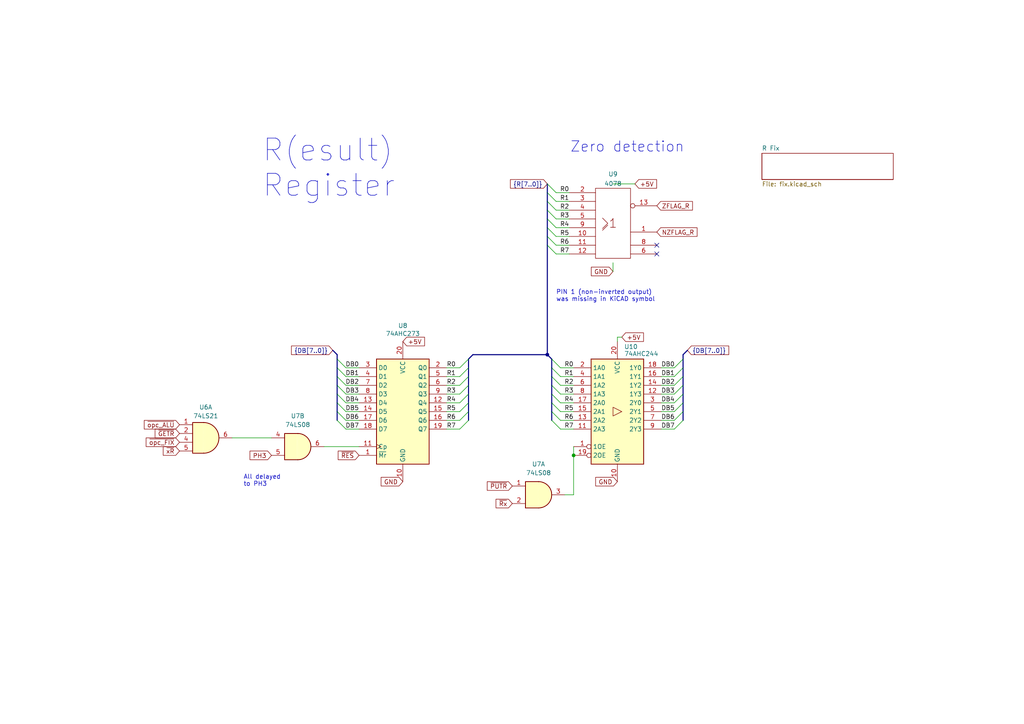
<source format=kicad_sch>
(kicad_sch (version 20231120) (generator "eeschema") (generator_version "8.0")
  (paper "A4")
  (title_block (title "Myth Microcontroller Project") (date "2024-09-21") (rev "1") (company "Picwok.com") (comment 1 "Project Contact: mim@ok-schalter.de (Michael)") (comment 2 "Author: Copyr. 2024 Michael Mangelsdorf/Dosflange@github") (comment 3 "Arithmetic-Logic Module (ALU)") (comment 4 "Result Register (R)"))
  (lib_symbols
    (symbol "4xxx_IEEE:4078" (pin_names (offset 0.762))
      (property "Reference" "U" (at 8.89 11.43 0))
      (property "Value" "4078" (at 6.35 -11.43 0))
      (symbol "4078_0_0"
        (rectangle (start -5.08 10.16) (end 5.08 -10.16))
        (polyline (pts (xy -3.048 -2.032) (xy -1.524 -0.508) (xy -1.524 -0.508)))
        (polyline (pts (xy -3.048 1.524) (xy -1.524 0) (xy -3.048 -1.524) (xy -3.048 -1.524)))
        (text "1" (at 0 0 0) (effects (font (size 2.54 2.54))))
        (pin power_in line (at 0 11.43 270) (length 1) hide (name "Vdd") (number "14"))
        (pin power_in line (at 0 -11.43 90) (length 1) hide (name "Vss") (number "7"))
      )
      (symbol "4078_1_1"
        (pin output line (at 12.7 -2.54 180) (length 7.62) (name "~") (number "1"))
        (pin input line (at -12.7 -3.81 0) (length 7.62) (name "~") (number "10"))
        (pin input line (at -12.7 -6.35 0) (length 7.62) (name "~") (number "11"))
        (pin input line (at -12.7 -8.89 0) (length 7.62) (name "~") (number "12"))
        (pin output inverted (at 12.7 5.08 180) (length 7.62) (name "~") (number "13"))
        (pin input line (at -12.7 8.89 0) (length 7.62) (name "~") (number "2"))
        (pin input line (at -12.7 6.35 0) (length 7.62) (name "~") (number "3"))
        (pin input line (at -12.7 3.81 0) (length 7.62) (name "~") (number "4"))
        (pin input line (at -12.7 1.27 0) (length 7.62) (name "~") (number "5"))
        (pin free line (at 12.7 -8.89 180) (length 7.62) (name "~") (number "6"))
        (pin free line (at 12.7 -6.35 180) (length 7.62) (name "~") (number "8"))
        (pin input line (at -12.7 -1.27 0) (length 7.62) (name "~") (number "9"))
      )
    )
    (symbol "74xx:74AHC244"
      (property "Reference" "U" (at -7.62 16.51 0))
      (property "Value" "74AHC244" (at -7.62 -16.51 0))
      (symbol "74AHC244_1_0"
        (polyline (pts (xy 1.27 0) (xy -1.27 1.27) (xy -1.27 -1.27) (xy 1.27 0)) (stroke (width 0.1524)))
        (pin input inverted (at -12.7 -10.16 0) (length 5.08) (name "1OE") (number "1"))
        (pin power_in line (at 0 -20.32 90) (length 5.08) (name "GND") (number "10"))
        (pin input line (at -12.7 -5.08 0) (length 5.08) (name "2A3") (number "11"))
        (pin tri_state line (at 12.7 5.08 180) (length 5.08) (name "1Y3") (number "12"))
        (pin input line (at -12.7 -2.54 0) (length 5.08) (name "2A2") (number "13"))
        (pin tri_state line (at 12.7 7.62 180) (length 5.08) (name "1Y2") (number "14"))
        (pin input line (at -12.7 0 0) (length 5.08) (name "2A1") (number "15"))
        (pin tri_state line (at 12.7 10.16 180) (length 5.08) (name "1Y1") (number "16"))
        (pin input line (at -12.7 2.54 0) (length 5.08) (name "2A0") (number "17"))
        (pin tri_state line (at 12.7 12.7 180) (length 5.08) (name "1Y0") (number "18"))
        (pin input inverted (at -12.7 -12.7 0) (length 5.08) (name "2OE") (number "19"))
        (pin input line (at -12.7 12.7 0) (length 5.08) (name "1A0") (number "2"))
        (pin power_in line (at 0 20.32 270) (length 5.08) (name "VCC") (number "20"))
        (pin tri_state line (at 12.7 2.54 180) (length 5.08) (name "2Y0") (number "3"))
        (pin input line (at -12.7 10.16 0) (length 5.08) (name "1A1") (number "4"))
        (pin tri_state line (at 12.7 0 180) (length 5.08) (name "2Y1") (number "5"))
        (pin input line (at -12.7 7.62 0) (length 5.08) (name "1A2") (number "6"))
        (pin tri_state line (at 12.7 -2.54 180) (length 5.08) (name "2Y2") (number "7"))
        (pin input line (at -12.7 5.08 0) (length 5.08) (name "1A3") (number "8"))
        (pin tri_state line (at 12.7 -5.08 180) (length 5.08) (name "2Y3") (number "9"))
      )
      (symbol "74AHC244_1_1"
        (rectangle (start -7.62 15.24) (end 7.62 -15.24) (stroke (width 0.254)) (fill (type background)))
      )
    )
    (symbol "74xx:74HC273"
      (property "Reference" "U8" (at 0 24.9174 0))
      (property "Value" "74AHC273" (at 0 22.606 0))
      (symbol "74HC273_1_0"
        (pin input line (at -12.7 -12.7 0) (length 5.08) (name "~{Mr}") (number "1"))
        (pin power_in line (at 0 -20.32 90) (length 5.08) (name "GND") (number "10"))
        (pin input clock (at -12.7 -10.16 0) (length 5.08) (name "Cp") (number "11"))
        (pin output line (at 12.7 2.54 180) (length 5.08) (name "Q4") (number "12"))
        (pin input line (at -12.7 2.54 0) (length 5.08) (name "D4") (number "13"))
        (pin input line (at -12.7 0 0) (length 5.08) (name "D5") (number "14"))
        (pin output line (at 12.7 0 180) (length 5.08) (name "Q5") (number "15"))
        (pin output line (at 12.7 -2.54 180) (length 5.08) (name "Q6") (number "16"))
        (pin input line (at -12.7 -2.54 0) (length 5.08) (name "D6") (number "17"))
        (pin input line (at -12.7 -5.08 0) (length 5.08) (name "D7") (number "18"))
        (pin output line (at 12.7 -5.08 180) (length 5.08) (name "Q7") (number "19"))
        (pin output line (at 12.7 12.7 180) (length 5.08) (name "Q0") (number "2"))
        (pin power_in line (at 0 20.32 270) (length 5.08) (name "VCC") (number "20"))
        (pin input line (at -12.7 12.7 0) (length 5.08) (name "D0") (number "3"))
        (pin input line (at -12.7 10.16 0) (length 5.08) (name "D1") (number "4"))
        (pin output line (at 12.7 10.16 180) (length 5.08) (name "Q1") (number "5"))
        (pin output line (at 12.7 7.62 180) (length 5.08) (name "Q2") (number "6"))
        (pin input line (at -12.7 7.62 0) (length 5.08) (name "D2") (number "7"))
        (pin input line (at -12.7 5.08 0) (length 5.08) (name "D3") (number "8"))
        (pin output line (at 12.7 5.08 180) (length 5.08) (name "Q3") (number "9"))
      )
      (symbol "74HC273_1_1"
        (rectangle (start -7.62 15.24) (end 7.62 -15.24) (stroke (width 0.254)) (fill (type background)))
      )
    )
    (symbol "74xx:74LS08" (pin_names (offset 1.016))
      (property "Reference" "U" (at 0 1.27 0))
      (property "Value" "74LS08" (at 0 -1.27 0))
      (symbol "74LS08_1_1"
        (arc (start 0 -3.81) (mid 3.7934 0) (end 0 3.81) (stroke (width 0.254)) (fill (type background)))
        (polyline (pts (xy 0 3.81) (xy -3.81 3.81) (xy -3.81 -3.81) (xy 0 -3.81)) (stroke (width 0.254)) (fill (type background)))
        (pin input line (at -7.62 2.54 0) (length 3.81) (name "~") (number "1"))
        (pin input line (at -7.62 -2.54 0) (length 3.81) (name "~") (number "2"))
        (pin output line (at 7.62 0 180) (length 3.81) (name "~") (number "3"))
      )
      (symbol "74LS08_1_2"
        (arc (start -3.81 -3.81) (mid -2.589 0) (end -3.81 3.81) (stroke (width 0.254)))
        (arc (start -0.6096 -3.81) (mid 2.1855 -2.584) (end 3.81 0) (stroke (width 0.254)) (fill (type background)))
        (polyline (pts (xy -3.81 -3.81) (xy -0.635 -3.81)) (stroke (width 0.254)) (fill (type background)))
        (polyline (pts (xy -3.81 3.81) (xy -0.635 3.81)) (stroke (width 0.254)) (fill (type background)))
        (polyline (pts (xy -0.635 3.81) (xy -3.81 3.81) (xy -3.81 3.81) (xy -3.556 3.4036) (xy -3.0226 2.2606) (xy -2.6924 1.0414) (xy -2.6162 -0.254) (xy -2.7686 -1.4986) (xy -3.175 -2.7178) (xy -3.81 -3.81) (xy -3.81 -3.81) (xy -0.635 -3.81)) (stroke (width -25.4)) (fill (type background)))
        (arc (start 3.81 0) (mid 2.1928 2.5925) (end -0.6096 3.81) (stroke (width 0.254)) (fill (type background)))
        (pin input inverted (at -7.62 2.54 0) (length 4.318) (name "~") (number "1"))
        (pin input inverted (at -7.62 -2.54 0) (length 4.318) (name "~") (number "2"))
        (pin output inverted (at 7.62 0 180) (length 3.81) (name "~") (number "3"))
      )
      (symbol "74LS08_2_1"
        (arc (start 0 -3.81) (mid 3.7934 0) (end 0 3.81) (stroke (width 0.254)) (fill (type background)))
        (polyline (pts (xy 0 3.81) (xy -3.81 3.81) (xy -3.81 -3.81) (xy 0 -3.81)) (stroke (width 0.254)) (fill (type background)))
        (pin input line (at -7.62 2.54 0) (length 3.81) (name "~") (number "4"))
        (pin input line (at -7.62 -2.54 0) (length 3.81) (name "~") (number "5"))
        (pin output line (at 7.62 0 180) (length 3.81) (name "~") (number "6"))
      )
      (symbol "74LS08_2_2"
        (arc (start -3.81 -3.81) (mid -2.589 0) (end -3.81 3.81) (stroke (width 0.254)))
        (arc (start -0.6096 -3.81) (mid 2.1855 -2.584) (end 3.81 0) (stroke (width 0.254)) (fill (type background)))
        (polyline (pts (xy -3.81 -3.81) (xy -0.635 -3.81)) (stroke (width 0.254)) (fill (type background)))
        (polyline (pts (xy -3.81 3.81) (xy -0.635 3.81)) (stroke (width 0.254)) (fill (type background)))
        (polyline (pts (xy -0.635 3.81) (xy -3.81 3.81) (xy -3.81 3.81) (xy -3.556 3.4036) (xy -3.0226 2.2606) (xy -2.6924 1.0414) (xy -2.6162 -0.254) (xy -2.7686 -1.4986) (xy -3.175 -2.7178) (xy -3.81 -3.81) (xy -3.81 -3.81) (xy -0.635 -3.81)) (stroke (width -25.4)) (fill (type background)))
        (arc (start 3.81 0) (mid 2.1928 2.5925) (end -0.6096 3.81) (stroke (width 0.254)) (fill (type background)))
        (pin input inverted (at -7.62 2.54 0) (length 4.318) (name "~") (number "4"))
        (pin input inverted (at -7.62 -2.54 0) (length 4.318) (name "~") (number "5"))
        (pin output inverted (at 7.62 0 180) (length 3.81) (name "~") (number "6"))
      )
      (symbol "74LS08_3_1"
        (arc (start 0 -3.81) (mid 3.7934 0) (end 0 3.81) (stroke (width 0.254)) (fill (type background)))
        (polyline (pts (xy 0 3.81) (xy -3.81 3.81) (xy -3.81 -3.81) (xy 0 -3.81)) (stroke (width 0.254)) (fill (type background)))
        (pin input line (at -7.62 -2.54 0) (length 3.81) (name "~") (number "10"))
        (pin output line (at 7.62 0 180) (length 3.81) (name "~") (number "8"))
        (pin input line (at -7.62 2.54 0) (length 3.81) (name "~") (number "9"))
      )
      (symbol "74LS08_3_2"
        (arc (start -3.81 -3.81) (mid -2.589 0) (end -3.81 3.81) (stroke (width 0.254)))
        (arc (start -0.6096 -3.81) (mid 2.1855 -2.584) (end 3.81 0) (stroke (width 0.254)) (fill (type background)))
        (polyline (pts (xy -3.81 -3.81) (xy -0.635 -3.81)) (stroke (width 0.254)) (fill (type background)))
        (polyline (pts (xy -3.81 3.81) (xy -0.635 3.81)) (stroke (width 0.254)) (fill (type background)))
        (polyline (pts (xy -0.635 3.81) (xy -3.81 3.81) (xy -3.81 3.81) (xy -3.556 3.4036) (xy -3.0226 2.2606) (xy -2.6924 1.0414) (xy -2.6162 -0.254) (xy -2.7686 -1.4986) (xy -3.175 -2.7178) (xy -3.81 -3.81) (xy -3.81 -3.81) (xy -0.635 -3.81)) (stroke (width -25.4)) (fill (type background)))
        (arc (start 3.81 0) (mid 2.1928 2.5925) (end -0.6096 3.81) (stroke (width 0.254)) (fill (type background)))
        (pin input inverted (at -7.62 -2.54 0) (length 4.318) (name "~") (number "10"))
        (pin output inverted (at 7.62 0 180) (length 3.81) (name "~") (number "8"))
        (pin input inverted (at -7.62 2.54 0) (length 4.318) (name "~") (number "9"))
      )
      (symbol "74LS08_4_1"
        (arc (start 0 -3.81) (mid 3.7934 0) (end 0 3.81) (stroke (width 0.254)) (fill (type background)))
        (polyline (pts (xy 0 3.81) (xy -3.81 3.81) (xy -3.81 -3.81) (xy 0 -3.81)) (stroke (width 0.254)) (fill (type background)))
        (pin output line (at 7.62 0 180) (length 3.81) (name "~") (number "11"))
        (pin input line (at -7.62 2.54 0) (length 3.81) (name "~") (number "12"))
        (pin input line (at -7.62 -2.54 0) (length 3.81) (name "~") (number "13"))
      )
      (symbol "74LS08_4_2"
        (arc (start -3.81 -3.81) (mid -2.589 0) (end -3.81 3.81) (stroke (width 0.254)))
        (arc (start -0.6096 -3.81) (mid 2.1855 -2.584) (end 3.81 0) (stroke (width 0.254)) (fill (type background)))
        (polyline (pts (xy -3.81 -3.81) (xy -0.635 -3.81)) (stroke (width 0.254)) (fill (type background)))
        (polyline (pts (xy -3.81 3.81) (xy -0.635 3.81)) (stroke (width 0.254)) (fill (type background)))
        (polyline (pts (xy -0.635 3.81) (xy -3.81 3.81) (xy -3.81 3.81) (xy -3.556 3.4036) (xy -3.0226 2.2606) (xy -2.6924 1.0414) (xy -2.6162 -0.254) (xy -2.7686 -1.4986) (xy -3.175 -2.7178) (xy -3.81 -3.81) (xy -3.81 -3.81) (xy -0.635 -3.81)) (stroke (width -25.4)) (fill (type background)))
        (arc (start 3.81 0) (mid 2.1928 2.5925) (end -0.6096 3.81) (stroke (width 0.254)) (fill (type background)))
        (pin output inverted (at 7.62 0 180) (length 3.81) (name "~") (number "11"))
        (pin input inverted (at -7.62 2.54 0) (length 4.318) (name "~") (number "12"))
        (pin input inverted (at -7.62 -2.54 0) (length 4.318) (name "~") (number "13"))
      )
      (symbol "74LS08_5_0"
        (pin power_in line (at 0 12.7 270) (length 5.08) (name "VCC") (number "14"))
        (pin power_in line (at 0 -12.7 90) (length 5.08) (name "GND") (number "7"))
      )
      (symbol "74LS08_5_1"
        (rectangle (start -5.08 7.62) (end 5.08 -7.62) (stroke (width 0.254)) (fill (type background)))
      )
    )
    (symbol "74xx:74LS21" (pin_names (offset 1.016))
      (property "Reference" "U" (at 0 1.27 0))
      (property "Value" "74LS21" (at 0 -1.27 0))
      (symbol "74LS21_1_1"
        (arc (start -0.635 -4.445) (mid 3.7907 0) (end -0.635 4.445) (stroke (width 0.254)) (fill (type background)))
        (polyline (pts (xy -0.635 4.445) (xy -3.81 4.445) (xy -3.81 -4.445) (xy -0.635 -4.445)) (stroke (width 0.254)) (fill (type background)))
        (pin input line (at -7.62 3.81 0) (length 3.81) (name "~") (number "1"))
        (pin input line (at -7.62 1.27 0) (length 3.81) (name "~") (number "2"))
        (pin input line (at -7.62 -1.27 0) (length 3.81) (name "~") (number "4"))
        (pin input line (at -7.62 -3.81 0) (length 3.81) (name "~") (number "5"))
        (pin output line (at 7.62 0 180) (length 3.81) (name "~") (number "6"))
      )
      (symbol "74LS21_1_2"
        (arc (start -3.81 -4.445) (mid -2.5908 0) (end -3.81 4.445) (stroke (width 0.254)))
        (arc (start -0.6096 -4.445) (mid 2.2246 -2.8422) (end 3.81 0) (stroke (width 0.254)) (fill (type background)))
        (polyline (pts (xy -3.81 -4.445) (xy -0.635 -4.445)) (stroke (width 0.254)) (fill (type background)))
        (polyline (pts (xy -3.81 4.445) (xy -0.635 4.445)) (stroke (width 0.254)) (fill (type background)))
        (polyline (pts (xy -0.635 4.445) (xy -3.81 4.445) (xy -3.81 4.445) (xy -3.6322 4.0894) (xy -3.0988 2.921) (xy -2.7686 1.6764) (xy -2.6162 0.4318) (xy -2.6416 -0.8636) (xy -2.8702 -2.1082) (xy -3.2512 -3.3274) (xy -3.81 -4.445) (xy -3.81 -4.445) (xy -0.635 -4.445)) (stroke (width -25.4)) (fill (type background)))
        (arc (start 3.81 0) (mid 2.2204 2.8379) (end -0.6096 4.445) (stroke (width 0.254)) (fill (type background)))
        (pin input inverted (at -7.62 3.81 0) (length 3.81) (name "~") (number "1"))
        (pin input inverted (at -7.62 1.27 0) (length 4.826) (name "~") (number "2"))
        (pin input inverted (at -7.62 -1.27 0) (length 4.826) (name "~") (number "4"))
        (pin input inverted (at -7.62 -3.81 0) (length 3.81) (name "~") (number "5"))
        (pin output inverted (at 7.62 0 180) (length 3.81) (name "~") (number "6"))
      )
      (symbol "74LS21_2_1"
        (arc (start -0.635 -4.445) (mid 3.7907 0) (end -0.635 4.445) (stroke (width 0.254)) (fill (type background)))
        (polyline (pts (xy -0.635 4.445) (xy -3.81 4.445) (xy -3.81 -4.445) (xy -0.635 -4.445)) (stroke (width 0.254)) (fill (type background)))
        (pin input line (at -7.62 1.27 0) (length 3.81) (name "~") (number "10"))
        (pin input line (at -7.62 -1.27 0) (length 3.81) (name "~") (number "12"))
        (pin input line (at -7.62 -3.81 0) (length 3.81) (name "~") (number "13"))
        (pin output line (at 7.62 0 180) (length 3.81) (name "~") (number "8"))
        (pin input line (at -7.62 3.81 0) (length 3.81) (name "~") (number "9"))
      )
      (symbol "74LS21_2_2"
        (arc (start -3.81 -4.445) (mid -2.5908 0) (end -3.81 4.445) (stroke (width 0.254)))
        (arc (start -0.6096 -4.445) (mid 2.2246 -2.8422) (end 3.81 0) (stroke (width 0.254)) (fill (type background)))
        (polyline (pts (xy -3.81 -4.445) (xy -0.635 -4.445)) (stroke (width 0.254)) (fill (type background)))
        (polyline (pts (xy -3.81 4.445) (xy -0.635 4.445)) (stroke (width 0.254)) (fill (type background)))
        (polyline (pts (xy -0.635 4.445) (xy -3.81 4.445) (xy -3.81 4.445) (xy -3.6322 4.0894) (xy -3.0988 2.921) (xy -2.7686 1.6764) (xy -2.6162 0.4318) (xy -2.6416 -0.8636) (xy -2.8702 -2.1082) (xy -3.2512 -3.3274) (xy -3.81 -4.445) (xy -3.81 -4.445) (xy -0.635 -4.445)) (stroke (width -25.4)) (fill (type background)))
        (arc (start 3.81 0) (mid 2.2204 2.8379) (end -0.6096 4.445) (stroke (width 0.254)) (fill (type background)))
        (pin input inverted (at -7.62 1.27 0) (length 4.826) (name "~") (number "10"))
        (pin input inverted (at -7.62 -1.27 0) (length 4.826) (name "~") (number "12"))
        (pin input inverted (at -7.62 -3.81 0) (length 3.81) (name "~") (number "13"))
        (pin output inverted (at 7.62 0 180) (length 3.81) (name "~") (number "8"))
        (pin input inverted (at -7.62 3.81 0) (length 3.81) (name "~") (number "9"))
      )
      (symbol "74LS21_3_0"
        (pin power_in line (at 0 12.7 270) (length 5.08) (name "VCC") (number "14"))
        (pin power_in line (at 0 -12.7 90) (length 5.08) (name "GND") (number "7"))
      )
      (symbol "74LS21_3_1"
        (rectangle (start -5.08 7.62) (end 5.08 -7.62) (stroke (width 0.254)) (fill (type background)))
      )
    )
  )
  (junction (at 158.75 102.87))
  (junction (at 166.37 132.08))
  (no_connect (at 190.5 71.12))
  (no_connect (at 190.5 73.66))
  (bus_entry (at 195.58 124.46) (size 2.54 -2.54))
  (bus_entry (at 100.33 116.84) (size -2.54 -2.54))
  (bus_entry (at 161.29 55.88) (size -2.54 -2.54))
  (bus_entry (at 195.58 119.38) (size 2.54 -2.54))
  (bus_entry (at 161.29 60.96) (size -2.54 -2.54))
  (bus_entry (at 100.33 111.76) (size -2.54 -2.54))
  (bus_entry (at 100.33 114.3) (size -2.54 -2.54))
  (bus_entry (at 133.35 111.76) (size 2.54 -2.54))
  (bus_entry (at 100.33 121.92) (size -2.54 -2.54))
  (bus_entry (at 161.29 73.66) (size -2.54 -2.54))
  (bus_entry (at 161.29 68.58) (size -2.54 -2.54))
  (bus_entry (at 161.29 71.12) (size -2.54 -2.54))
  (bus_entry (at 100.33 106.68) (size -2.54 -2.54))
  (bus_entry (at 133.35 121.92) (size 2.54 -2.54))
  (bus_entry (at 133.35 114.3) (size 2.54 -2.54))
  (bus_entry (at 100.33 119.38) (size -2.54 -2.54))
  (bus_entry (at 162.56 121.92) (size -2.54 -2.54))
  (bus_entry (at 162.56 114.3) (size -2.54 -2.54))
  (bus_entry (at 162.56 116.84) (size -2.54 -2.54))
  (bus_entry (at 195.58 109.22) (size 2.54 -2.54))
  (bus_entry (at 162.56 106.68) (size -2.54 -2.54))
  (bus_entry (at 162.56 109.22) (size -2.54 -2.54))
  (bus_entry (at 162.56 111.76) (size -2.54 -2.54))
  (bus_entry (at 161.29 63.5) (size -2.54 -2.54))
  (bus_entry (at 133.35 119.38) (size 2.54 -2.54))
  (bus_entry (at 161.29 58.42) (size -2.54 -2.54))
  (bus_entry (at 162.56 124.46) (size -2.54 -2.54))
  (bus_entry (at 195.58 111.76) (size 2.54 -2.54))
  (bus_entry (at 161.29 66.04) (size -2.54 -2.54))
  (bus_entry (at 100.33 109.22) (size -2.54 -2.54))
  (bus_entry (at 162.56 119.38) (size -2.54 -2.54))
  (bus_entry (at 133.35 106.68) (size 2.54 -2.54))
  (bus_entry (at 195.58 121.92) (size 2.54 -2.54))
  (bus_entry (at 133.35 116.84) (size 2.54 -2.54))
  (bus_entry (at 195.58 106.68) (size 2.54 -2.54))
  (bus_entry (at 195.58 116.84) (size 2.54 -2.54))
  (bus_entry (at 195.58 114.3) (size 2.54 -2.54))
  (bus_entry (at 100.33 124.46) (size -2.54 -2.54))
  (bus_entry (at 133.35 124.46) (size 2.54 -2.54))
  (bus_entry (at 133.35 109.22) (size 2.54 -2.54))
  (wire (pts (xy 129.54 124.46) (xy 133.35 124.46)))
  (bus (pts (xy 158.75 60.96) (xy 158.75 63.5)))
  (wire (pts (xy 191.77 114.3) (xy 195.58 114.3)))
  (wire (pts (xy 129.54 119.38) (xy 133.35 119.38)))
  (wire (pts (xy 67.31 127) (xy 78.74 127)))
  (wire (pts (xy 166.37 106.68) (xy 162.56 106.68)))
  (wire (pts (xy 129.54 121.92) (xy 133.35 121.92)))
  (bus (pts (xy 160.02 119.38) (xy 160.02 121.92)))
  (wire (pts (xy 166.37 111.76) (xy 162.56 111.76)))
  (bus (pts (xy 97.79 111.76) (xy 97.79 109.22)))
  (wire (pts (xy 104.14 119.38) (xy 100.33 119.38)))
  (bus (pts (xy 97.79 114.3) (xy 97.79 111.76)))
  (wire (pts (xy 163.83 143.51) (xy 166.37 143.51)))
  (bus (pts (xy 97.79 104.14) (xy 97.79 102.87)))
  (wire (pts (xy 104.14 111.76) (xy 100.33 111.76)))
  (bus (pts (xy 198.12 111.76) (xy 198.12 109.22)))
  (bus (pts (xy 160.02 104.14) (xy 158.75 102.87)))
  (wire (pts (xy 165.1 55.88) (xy 161.29 55.88)))
  (wire (pts (xy 166.37 109.22) (xy 162.56 109.22)))
  (wire (pts (xy 166.37 124.46) (xy 162.56 124.46)))
  (bus (pts (xy 97.79 121.92) (xy 97.79 119.38)))
  (wire (pts (xy 166.37 143.51) (xy 166.37 132.08)))
  (bus (pts (xy 198.12 121.92) (xy 198.12 119.38)))
  (bus (pts (xy 198.12 109.22) (xy 198.12 106.68)))
  (wire (pts (xy 166.37 116.84) (xy 162.56 116.84)))
  (bus (pts (xy 198.12 116.84) (xy 198.12 114.3)))
  (wire (pts (xy 104.14 106.68) (xy 100.33 106.68)))
  (bus (pts (xy 158.75 63.5) (xy 158.75 66.04)))
  (bus (pts (xy 158.75 53.34) (xy 158.75 55.88)))
  (bus (pts (xy 137.16 102.87) (xy 158.75 102.87)))
  (wire (pts (xy 166.37 129.54) (xy 166.37 132.08)))
  (wire (pts (xy 166.37 119.38) (xy 162.56 119.38)))
  (bus (pts (xy 198.12 104.14) (xy 198.12 102.87)))
  (wire (pts (xy 104.14 116.84) (xy 100.33 116.84)))
  (wire (pts (xy 166.37 114.3) (xy 162.56 114.3)))
  (bus (pts (xy 135.89 109.22) (xy 135.89 111.76)))
  (bus (pts (xy 135.89 119.38) (xy 135.89 121.92)))
  (bus (pts (xy 198.12 106.68) (xy 198.12 104.14)))
  (wire (pts (xy 191.77 124.46) (xy 195.58 124.46)))
  (bus (pts (xy 158.75 66.04) (xy 158.75 68.58)))
  (wire (pts (xy 129.54 106.68) (xy 133.35 106.68)))
  (wire (pts (xy 191.77 106.68) (xy 195.58 106.68)))
  (wire (pts (xy 165.1 73.66) (xy 161.29 73.66)))
  (wire (pts (xy 129.54 111.76) (xy 133.35 111.76)))
  (bus (pts (xy 97.79 106.68) (xy 97.79 104.14)))
  (bus (pts (xy 135.89 111.76) (xy 135.89 114.3)))
  (wire (pts (xy 129.54 109.22) (xy 133.35 109.22)))
  (bus (pts (xy 160.02 104.14) (xy 160.02 106.68)))
  (bus (pts (xy 198.12 119.38) (xy 198.12 116.84)))
  (bus (pts (xy 158.75 55.88) (xy 158.75 58.42)))
  (wire (pts (xy 104.14 114.3) (xy 100.33 114.3)))
  (bus (pts (xy 199.39 101.6) (xy 198.12 102.87)))
  (wire (pts (xy 191.77 119.38) (xy 195.58 119.38)))
  (wire (pts (xy 166.37 121.92) (xy 162.56 121.92)))
  (bus (pts (xy 158.75 71.12) (xy 158.75 102.87)))
  (wire (pts (xy 191.77 111.76) (xy 195.58 111.76)))
  (bus (pts (xy 137.16 102.87) (xy 135.89 104.14)))
  (bus (pts (xy 97.79 119.38) (xy 97.79 116.84)))
  (wire (pts (xy 165.1 63.5) (xy 161.29 63.5)))
  (wire (pts (xy 177.8 76.2) (xy 177.8 78.74)))
  (wire (pts (xy 179.07 97.79) (xy 180.34 97.79)))
  (wire (pts (xy 165.1 71.12) (xy 161.29 71.12)))
  (wire (pts (xy 191.77 121.92) (xy 195.58 121.92)))
  (wire (pts (xy 129.54 116.84) (xy 133.35 116.84)))
  (bus (pts (xy 135.89 104.14) (xy 135.89 106.68)))
  (wire (pts (xy 191.77 116.84) (xy 195.58 116.84)))
  (wire (pts (xy 104.14 124.46) (xy 100.33 124.46)))
  (wire (pts (xy 165.1 66.04) (xy 161.29 66.04)))
  (bus (pts (xy 135.89 106.68) (xy 135.89 109.22)))
  (wire (pts (xy 179.07 97.79) (xy 179.07 99.06)))
  (wire (pts (xy 165.1 58.42) (xy 161.29 58.42)))
  (wire (pts (xy 165.1 68.58) (xy 161.29 68.58)))
  (wire (pts (xy 165.1 60.96) (xy 161.29 60.96)))
  (bus (pts (xy 160.02 111.76) (xy 160.02 114.3)))
  (bus (pts (xy 160.02 109.22) (xy 160.02 111.76)))
  (bus (pts (xy 158.75 68.58) (xy 158.75 71.12)))
  (wire (pts (xy 177.8 53.34) (xy 184.15 53.34)))
  (bus (pts (xy 198.12 114.3) (xy 198.12 111.76)))
  (wire (pts (xy 93.98 129.54) (xy 104.14 129.54)))
  (wire (pts (xy 104.14 109.22) (xy 100.33 109.22)))
  (bus (pts (xy 135.89 116.84) (xy 135.89 119.38)))
  (bus (pts (xy 160.02 114.3) (xy 160.02 116.84)))
  (bus (pts (xy 97.79 109.22) (xy 97.79 106.68)))
  (bus (pts (xy 160.02 106.68) (xy 160.02 109.22)))
  (bus (pts (xy 160.02 116.84) (xy 160.02 119.38)))
  (bus (pts (xy 158.75 58.42) (xy 158.75 60.96)))
  (wire (pts (xy 129.54 114.3) (xy 133.35 114.3)))
  (bus (pts (xy 96.52 101.6) (xy 97.79 102.87)))
  (wire (pts (xy 104.14 121.92) (xy 100.33 121.92)))
  (bus (pts (xy 97.79 116.84) (xy 97.79 114.3)))
  (wire (pts (xy 191.77 109.22) (xy 195.58 109.22)))
  (bus (pts (xy 135.89 114.3) (xy 135.89 116.84)))
  (text "Zero detection" (at 165.354 44.45 0) (effects (font (size 3 3)) (justify left bottom)))
  (text "R(esult)\nRegister" (at 75.946 57.658 0) (effects (font (size 6.35 6.35)) (justify left bottom)))
  (text "PIN 1 (non-inverted output)\nwas missing in KiCAD symbol" (at 161.29 87.63 0) (effects (font (size 1.27 1.27)) (justify left bottom)))
  (text "All delayed\nto PH3" (at 70.612 141.224 0) (effects (font (size 1.27 1.27)) (justify left bottom)))
  (label "R3" (at 129.54 114.3 0))
  (label "DB6" (at 104.14 121.92 180))
  (label "R2" (at 166.37 111.76 180))
  (label "DB5" (at 191.77 119.38 0))
  (label "R4" (at 166.37 116.84 180))
  (label "R1" (at 165.1 58.42 180))
  (label "DB1" (at 191.77 109.22 0))
  (label "R1" (at 129.54 109.22 0))
  (label "DB2" (at 104.14 111.76 180))
  (label "R3" (at 165.1 63.5 180))
  (label "DB7" (at 191.77 124.46 0))
  (label "DB5" (at 104.14 119.38 180))
  (label "R2" (at 129.54 111.76 0))
  (label "DB0" (at 191.77 106.68 0))
  (label "DB3" (at 191.77 114.3 0))
  (label "R2" (at 165.1 60.96 180))
  (label "DB7" (at 104.14 124.46 180))
  (label "R4" (at 165.1 66.04 180))
  (label "R4" (at 129.54 116.84 0))
  (label "R5" (at 166.37 119.38 180))
  (label "R0" (at 129.54 106.68 0))
  (label "R7" (at 165.1 73.66 180))
  (label "DB3" (at 104.14 114.3 180))
  (label "R6" (at 165.1 71.12 180))
  (label "R1" (at 166.37 109.22 180))
  (label "R7" (at 129.54 124.46 0))
  (label "DB4" (at 104.14 116.84 180))
  (label "DB2" (at 191.77 111.76 0))
  (label "DB0" (at 104.14 106.68 180))
  (label "R3" (at 166.37 114.3 180))
  (label "R7" (at 166.37 124.46 180))
  (label "R5" (at 129.54 119.38 0))
  (label "R0" (at 166.37 106.68 180))
  (label "DB6" (at 191.77 121.92 0))
  (label "R6" (at 129.54 121.92 0))
  (label "DB4" (at 191.77 116.84 0))
  (label "R5" (at 165.1 68.58 180))
  (label "R6" (at 166.37 121.92 180))
  (label "R0" (at 165.1 55.88 180))
  (label "DB1" (at 104.14 109.22 180))
  (global_label "{DB[7..0]}" (shape input) (at 96.52 101.6 180) (property "Intersheetrefs" "${INTERSHEET_REFS}" (effects (hide yes))))
  (global_label "+5V" (shape input) (at 184.15 53.34 0) (property "Intersheetrefs" "${INTERSHEET_REFS}" (effects (hide yes))))
  (global_label "~{RES}" (shape input) (at 104.14 132.08 180) (property "Intersheetrefs" "${INTERSHEET_REFS}" (effects (hide yes))))
  (global_label "+5V" (shape input) (at 116.84 99.06 0) (property "Intersheetrefs" "${INTERSHEET_REFS}" (effects (hide yes))))
  (global_label "PH3" (shape input) (at 78.74 132.08 180) (property "Intersheetrefs" "${INTERSHEET_REFS}" (effects (hide yes))))
  (global_label "~{opc_FIX}" (shape input) (at 52.07 128.27 180) (property "Intersheetrefs" "${INTERSHEET_REFS}" (effects (hide yes))))
  (global_label "GND" (shape input) (at 179.07 139.7 180) (property "Intersheetrefs" "${INTERSHEET_REFS}" (effects (hide yes))))
  (global_label "{R[7..0]}" (shape input) (at 158.75 53.34 180) (property "Intersheetrefs" "${INTERSHEET_REFS}" (effects (hide yes))))
  (global_label "{DB[7..0]}" (shape input) (at 199.39 101.6 0) (property "Intersheetrefs" "${INTERSHEET_REFS}" (effects (hide yes))))
  (global_label "~{xR}" (shape input) (at 52.07 130.81 180) (property "Intersheetrefs" "${INTERSHEET_REFS}" (effects (hide yes))))
  (global_label "~{GETR}" (shape input) (at 52.07 125.73 180) (property "Intersheetrefs" "${INTERSHEET_REFS}" (effects (hide yes))))
  (global_label "ZFLAG_R" (shape input) (at 190.5 59.69 0) (property "Intersheetrefs" "${INTERSHEET_REFS}" (effects (hide yes))))
  (global_label "GND" (shape input) (at 177.8 78.74 180) (property "Intersheetrefs" "${INTERSHEET_REFS}" (effects (hide yes))))
  (global_label "+5V" (shape input) (at 180.34 97.79 0) (property "Intersheetrefs" "${INTERSHEET_REFS}" (effects (hide yes))))
  (global_label "GND" (shape input) (at 116.84 139.7 180) (property "Intersheetrefs" "${INTERSHEET_REFS}" (effects (hide yes))))
  (global_label "~{opc_ALU}" (shape input) (at 52.07 123.19 180) (property "Intersheetrefs" "${INTERSHEET_REFS}" (effects (hide yes))))
  (global_label "~{PUTR}" (shape input) (at 148.59 140.97 180) (property "Intersheetrefs" "${INTERSHEET_REFS}" (effects (hide yes))))
  (global_label "NZFLAG_R" (shape input) (at 190.5 67.31 0) (property "Intersheetrefs" "${INTERSHEET_REFS}" (effects (hide yes))))
  (global_label "~{Rx}" (shape input) (at 148.59 146.05 180) (property "Intersheetrefs" "${INTERSHEET_REFS}" (effects (hide yes))))
  (symbol (lib_id "74xx:74LS08") (at 156.21 143.51 0) (unit 1)
    (property "Reference" "U7" (at 156.2017 134.62 0))
    (property "Value" "74LS08" (at 156.2017 137.16 0))
    (property "Footprint" "Package_DIP:DIP-14_W7.62mm_Socket_LongPads" (effects (hide yes)))
    (property "Datasheet" "http://www.ti.com/lit/gpn/sn74LS08" (effects (hide yes)))
    (property "Description" "Quad And2" (effects (hide yes)))
  )
  (symbol (lib_id "74xx:74AHC244") (at 179.07 119.38 0) (unit 1)
    (property "Reference" "U10" (at 181.0259 100.56 0) (effects (justify left)))
    (property "Value" "74AHC244" (at 181.0259 102.608 0) (effects (justify left)))
    (property "Footprint" "Package_DIP:DIP-20_W7.62mm_Socket_LongPads" (effects (hide yes)))
    (property "Datasheet" "https://assets.nexperia.com/documents/data-sheet/74AHC_AHCT244.pdf" (effects (hide yes)))
  )
  (symbol (lib_id "74xx:74LS08") (at 86.36 129.54 0) (unit 2)
    (property "Reference" "U7" (at 86.3517 120.65 0))
    (property "Value" "74LS08" (at 86.3517 123.19 0))
    (property "Footprint" "Package_DIP:DIP-14_W7.62mm_Socket_LongPads" (effects (hide yes)))
    (property "Datasheet" "http://www.ti.com/lit/gpn/sn74LS08" (effects (hide yes)))
    (property "Description" "Quad And2" (effects (hide yes)))
  )
  (symbol (lib_id "4xxx_IEEE:4078") (at 177.8 64.77 0) (unit 1)
    (property "Reference" "U9" (at 177.8 50.5005 0))
    (property "Value" "4078" (at 177.8 53.2756 0))
    (property "Footprint" "Package_DIP:DIP-14_W7.62mm_Socket_LongPads" (effects (hide yes)))
  )
  (symbol (lib_id "74xx:74LS21") (at 59.69 127 0) (unit 1)
    (property "Reference" "U6" (at 59.6803 118.11 0))
    (property "Value" "74LS21" (at 59.6803 120.65 0))
    (property "Footprint" "Package_DIP:DIP-14_W7.62mm_Socket_LongPads" (effects (hide yes)))
    (property "Datasheet" "http://www.ti.com/lit/gpn/sn74LS21" (effects (hide yes)))
    (property "Description" "Dual 4-input AND" (effects (hide yes)))
  )
  (symbol (lib_id "74xx:74HC273") (at 116.84 119.38 0) (unit 1)
    (property "Reference" "U8" (at 116.84 94.4626 0))
    (property "Value" "74AHC273" (at 116.84 96.774 0))
    (property "Footprint" "Package_DIP:DIP-20_W7.62mm_Socket_LongPads" (effects (hide yes)))
    (property "Datasheet" "https://assets.nexperia.com/documents/data-sheet/74HC_HCT273.pdf" (effects (hide yes)))
  )
  (sheet (at 220.98 44.45) (size 38.1 7.62) (stroke (width 0.1524))
    (property "Sheetname" "R Fix" (at 220.98 43.7384 0) (effects (justify left bottom)))
    (property "Sheetfile" "fix.kicad_sch" (at 220.98 52.6546 0) (effects (justify left top)))
  )
)
</source>
